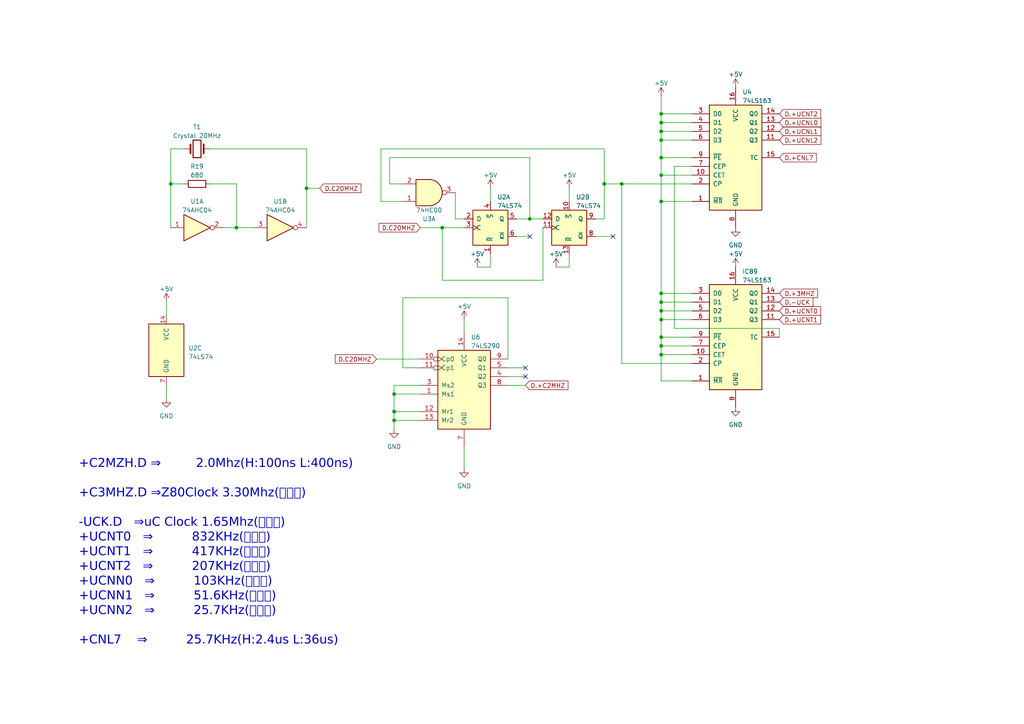
<source format=kicad_sch>
(kicad_sch (version 20230121) (generator eeschema)
  (paper "A4")
  (lib_symbols
    (symbol "74xx:74AHC04"
      (property "Reference" "U" (at 0 1.27 0))
      (property "Value" "74AHC04" (at 0 -1.27 0))
      (symbol "74AHC04_1_0"
        (polyline (pts (xy -3.81 3.81) (xy -3.81 -3.81) (xy 3.81 0) (xy -3.81 3.81)) (stroke (width 0.254)) (fill (type background)))
        (pin input line (at -7.62 0 0) (length 3.81) (name "~") (number "1"))
        (pin output inverted (at 7.62 0 180) (length 3.81) (name "~") (number "2"))
      )
      (symbol "74AHC04_2_0"
        (polyline (pts (xy -3.81 3.81) (xy -3.81 -3.81) (xy 3.81 0) (xy -3.81 3.81)) (stroke (width 0.254)) (fill (type background)))
        (pin input line (at -7.62 0 0) (length 3.81) (name "~") (number "3"))
        (pin output inverted (at 7.62 0 180) (length 3.81) (name "~") (number "4"))
      )
      (symbol "74AHC04_3_0"
        (polyline (pts (xy -3.81 3.81) (xy -3.81 -3.81) (xy 3.81 0) (xy -3.81 3.81)) (stroke (width 0.254)) (fill (type background)))
        (pin input line (at -7.62 0 0) (length 3.81) (name "~") (number "5"))
        (pin output inverted (at 7.62 0 180) (length 3.81) (name "~") (number "6"))
      )
      (symbol "74AHC04_4_0"
        (polyline (pts (xy -3.81 3.81) (xy -3.81 -3.81) (xy 3.81 0) (xy -3.81 3.81)) (stroke (width 0.254)) (fill (type background)))
        (pin output inverted (at 7.62 0 180) (length 3.81) (name "~") (number "8"))
        (pin input line (at -7.62 0 0) (length 3.81) (name "~") (number "9"))
      )
      (symbol "74AHC04_5_0"
        (polyline (pts (xy -3.81 3.81) (xy -3.81 -3.81) (xy 3.81 0) (xy -3.81 3.81)) (stroke (width 0.254)) (fill (type background)))
        (pin output inverted (at 7.62 0 180) (length 3.81) (name "~") (number "10"))
        (pin input line (at -7.62 0 0) (length 3.81) (name "~") (number "11"))
      )
      (symbol "74AHC04_6_0"
        (polyline (pts (xy -3.81 3.81) (xy -3.81 -3.81) (xy 3.81 0) (xy -3.81 3.81)) (stroke (width 0.254)) (fill (type background)))
        (pin output inverted (at 7.62 0 180) (length 3.81) (name "~") (number "12"))
        (pin input line (at -7.62 0 0) (length 3.81) (name "~") (number "13"))
      )
      (symbol "74AHC04_7_0"
        (pin power_in line (at 0 12.7 270) (length 5.08) (name "VCC") (number "14"))
        (pin power_in line (at 0 -12.7 90) (length 5.08) (name "GND") (number "7"))
      )
      (symbol "74AHC04_7_1"
        (rectangle (start -5.08 7.62) (end 5.08 -7.62) (stroke (width 0.254)) (fill (type background)))
      )
    )
    (symbol "74xx:74HC00" (pin_names (offset 1.016))
      (property "Reference" "U" (at 0 1.27 0))
      (property "Value" "74HC00" (at 0 -1.27 0))
      (symbol "74HC00_1_1"
        (arc (start 0 -3.81) (mid 3.7934 0) (end 0 3.81) (stroke (width 0.254)) (fill (type background)))
        (polyline (pts (xy 0 3.81) (xy -3.81 3.81) (xy -3.81 -3.81) (xy 0 -3.81)) (stroke (width 0.254)) (fill (type background)))
        (pin input line (at -7.62 2.54 0) (length 3.81) (name "~") (number "1"))
        (pin input line (at -7.62 -2.54 0) (length 3.81) (name "~") (number "2"))
        (pin output inverted (at 7.62 0 180) (length 3.81) (name "~") (number "3"))
      )
      (symbol "74HC00_1_2"
        (arc (start -3.81 -3.81) (mid -2.589 0) (end -3.81 3.81) (stroke (width 0.254)))
        (arc (start -0.6096 -3.81) (mid 2.1842 -2.5851) (end 3.81 0) (stroke (width 0.254)) (fill (type background)))
        (polyline (pts (xy -3.81 -3.81) (xy -0.635 -3.81)) (stroke (width 0.254)) (fill (type background)))
        (polyline (pts (xy -3.81 3.81) (xy -0.635 3.81)) (stroke (width 0.254)) (fill (type background)))
        (polyline (pts (xy -0.635 3.81) (xy -3.81 3.81) (xy -3.81 3.81) (xy -3.556 3.4036) (xy -3.0226 2.2606) (xy -2.6924 1.0414) (xy -2.6162 -0.254) (xy -2.7686 -1.4986) (xy -3.175 -2.7178) (xy -3.81 -3.81) (xy -3.81 -3.81) (xy -0.635 -3.81)) (stroke (width -25.4)) (fill (type background)))
        (arc (start 3.81 0) (mid 2.1915 2.5936) (end -0.6096 3.81) (stroke (width 0.254)) (fill (type background)))
        (pin input inverted (at -7.62 2.54 0) (length 4.318) (name "~") (number "1"))
        (pin input inverted (at -7.62 -2.54 0) (length 4.318) (name "~") (number "2"))
        (pin output line (at 7.62 0 180) (length 3.81) (name "~") (number "3"))
      )
      (symbol "74HC00_2_1"
        (arc (start 0 -3.81) (mid 3.7934 0) (end 0 3.81) (stroke (width 0.254)) (fill (type background)))
        (polyline (pts (xy 0 3.81) (xy -3.81 3.81) (xy -3.81 -3.81) (xy 0 -3.81)) (stroke (width 0.254)) (fill (type background)))
        (pin input line (at -7.62 2.54 0) (length 3.81) (name "~") (number "4"))
        (pin input line (at -7.62 -2.54 0) (length 3.81) (name "~") (number "5"))
        (pin output inverted (at 7.62 0 180) (length 3.81) (name "~") (number "6"))
      )
      (symbol "74HC00_2_2"
        (arc (start -3.81 -3.81) (mid -2.589 0) (end -3.81 3.81) (stroke (width 0.254)))
        (arc (start -0.6096 -3.81) (mid 2.1842 -2.5851) (end 3.81 0) (stroke (width 0.254)) (fill (type background)))
        (polyline (pts (xy -3.81 -3.81) (xy -0.635 -3.81)) (stroke (width 0.254)) (fill (type background)))
        (polyline (pts (xy -3.81 3.81) (xy -0.635 3.81)) (stroke (width 0.254)) (fill (type background)))
        (polyline (pts (xy -0.635 3.81) (xy -3.81 3.81) (xy -3.81 3.81) (xy -3.556 3.4036) (xy -3.0226 2.2606) (xy -2.6924 1.0414) (xy -2.6162 -0.254) (xy -2.7686 -1.4986) (xy -3.175 -2.7178) (xy -3.81 -3.81) (xy -3.81 -3.81) (xy -0.635 -3.81)) (stroke (width -25.4)) (fill (type background)))
        (arc (start 3.81 0) (mid 2.1915 2.5936) (end -0.6096 3.81) (stroke (width 0.254)) (fill (type background)))
        (pin input inverted (at -7.62 2.54 0) (length 4.318) (name "~") (number "4"))
        (pin input inverted (at -7.62 -2.54 0) (length 4.318) (name "~") (number "5"))
        (pin output line (at 7.62 0 180) (length 3.81) (name "~") (number "6"))
      )
      (symbol "74HC00_3_1"
        (arc (start 0 -3.81) (mid 3.7934 0) (end 0 3.81) (stroke (width 0.254)) (fill (type background)))
        (polyline (pts (xy 0 3.81) (xy -3.81 3.81) (xy -3.81 -3.81) (xy 0 -3.81)) (stroke (width 0.254)) (fill (type background)))
        (pin input line (at -7.62 -2.54 0) (length 3.81) (name "~") (number "10"))
        (pin output inverted (at 7.62 0 180) (length 3.81) (name "~") (number "8"))
        (pin input line (at -7.62 2.54 0) (length 3.81) (name "~") (number "9"))
      )
      (symbol "74HC00_3_2"
        (arc (start -3.81 -3.81) (mid -2.589 0) (end -3.81 3.81) (stroke (width 0.254)))
        (arc (start -0.6096 -3.81) (mid 2.1842 -2.5851) (end 3.81 0) (stroke (width 0.254)) (fill (type background)))
        (polyline (pts (xy -3.81 -3.81) (xy -0.635 -3.81)) (stroke (width 0.254)) (fill (type background)))
        (polyline (pts (xy -3.81 3.81) (xy -0.635 3.81)) (stroke (width 0.254)) (fill (type background)))
        (polyline (pts (xy -0.635 3.81) (xy -3.81 3.81) (xy -3.81 3.81) (xy -3.556 3.4036) (xy -3.0226 2.2606) (xy -2.6924 1.0414) (xy -2.6162 -0.254) (xy -2.7686 -1.4986) (xy -3.175 -2.7178) (xy -3.81 -3.81) (xy -3.81 -3.81) (xy -0.635 -3.81)) (stroke (width -25.4)) (fill (type background)))
        (arc (start 3.81 0) (mid 2.1915 2.5936) (end -0.6096 3.81) (stroke (width 0.254)) (fill (type background)))
        (pin input inverted (at -7.62 -2.54 0) (length 4.318) (name "~") (number "10"))
        (pin output line (at 7.62 0 180) (length 3.81) (name "~") (number "8"))
        (pin input inverted (at -7.62 2.54 0) (length 4.318) (name "~") (number "9"))
      )
      (symbol "74HC00_4_1"
        (arc (start 0 -3.81) (mid 3.7934 0) (end 0 3.81) (stroke (width 0.254)) (fill (type background)))
        (polyline (pts (xy 0 3.81) (xy -3.81 3.81) (xy -3.81 -3.81) (xy 0 -3.81)) (stroke (width 0.254)) (fill (type background)))
        (pin output inverted (at 7.62 0 180) (length 3.81) (name "~") (number "11"))
        (pin input line (at -7.62 2.54 0) (length 3.81) (name "~") (number "12"))
        (pin input line (at -7.62 -2.54 0) (length 3.81) (name "~") (number "13"))
      )
      (symbol "74HC00_4_2"
        (arc (start -3.81 -3.81) (mid -2.589 0) (end -3.81 3.81) (stroke (width 0.254)))
        (arc (start -0.6096 -3.81) (mid 2.1842 -2.5851) (end 3.81 0) (stroke (width 0.254)) (fill (type background)))
        (polyline (pts (xy -3.81 -3.81) (xy -0.635 -3.81)) (stroke (width 0.254)) (fill (type background)))
        (polyline (pts (xy -3.81 3.81) (xy -0.635 3.81)) (stroke (width 0.254)) (fill (type background)))
        (polyline (pts (xy -0.635 3.81) (xy -3.81 3.81) (xy -3.81 3.81) (xy -3.556 3.4036) (xy -3.0226 2.2606) (xy -2.6924 1.0414) (xy -2.6162 -0.254) (xy -2.7686 -1.4986) (xy -3.175 -2.7178) (xy -3.81 -3.81) (xy -3.81 -3.81) (xy -0.635 -3.81)) (stroke (width -25.4)) (fill (type background)))
        (arc (start 3.81 0) (mid 2.1915 2.5936) (end -0.6096 3.81) (stroke (width 0.254)) (fill (type background)))
        (pin output line (at 7.62 0 180) (length 3.81) (name "~") (number "11"))
        (pin input inverted (at -7.62 2.54 0) (length 4.318) (name "~") (number "12"))
        (pin input inverted (at -7.62 -2.54 0) (length 4.318) (name "~") (number "13"))
      )
      (symbol "74HC00_5_0"
        (pin power_in line (at 0 12.7 270) (length 5.08) (name "VCC") (number "14"))
        (pin power_in line (at 0 -12.7 90) (length 5.08) (name "GND") (number "7"))
      )
      (symbol "74HC00_5_1"
        (rectangle (start -5.08 7.62) (end 5.08 -7.62) (stroke (width 0.254)) (fill (type background)))
      )
    )
    (symbol "74xx:74LS163" (pin_names (offset 1.016))
      (property "Reference" "U" (at -7.62 16.51 0))
      (property "Value" "74LS163" (at -7.62 -16.51 0))
      (symbol "74LS163_1_0"
        (pin input line (at -12.7 -12.7 0) (length 5.08) (name "~{MR}") (number "1"))
        (pin input line (at -12.7 -5.08 0) (length 5.08) (name "CET") (number "10"))
        (pin output line (at 12.7 5.08 180) (length 5.08) (name "Q3") (number "11"))
        (pin output line (at 12.7 7.62 180) (length 5.08) (name "Q2") (number "12"))
        (pin output line (at 12.7 10.16 180) (length 5.08) (name "Q1") (number "13"))
        (pin output line (at 12.7 12.7 180) (length 5.08) (name "Q0") (number "14"))
        (pin output line (at 12.7 0 180) (length 5.08) (name "TC") (number "15"))
        (pin power_in line (at 0 20.32 270) (length 5.08) (name "VCC") (number "16"))
        (pin input line (at -12.7 -7.62 0) (length 5.08) (name "CP") (number "2"))
        (pin input line (at -12.7 12.7 0) (length 5.08) (name "D0") (number "3"))
        (pin input line (at -12.7 10.16 0) (length 5.08) (name "D1") (number "4"))
        (pin input line (at -12.7 7.62 0) (length 5.08) (name "D2") (number "5"))
        (pin input line (at -12.7 5.08 0) (length 5.08) (name "D3") (number "6"))
        (pin input line (at -12.7 -2.54 0) (length 5.08) (name "CEP") (number "7"))
        (pin power_in line (at 0 -20.32 90) (length 5.08) (name "GND") (number "8"))
        (pin input line (at -12.7 0 0) (length 5.08) (name "~{PE}") (number "9"))
      )
      (symbol "74LS163_1_1"
        (rectangle (start -7.62 15.24) (end 7.62 -15.24) (stroke (width 0.254)) (fill (type background)))
      )
    )
    (symbol "74xx:74LS290" (pin_names (offset 1.016))
      (property "Reference" "U" (at -7.62 11.43 0))
      (property "Value" "74LS290" (at -7.62 -13.97 0))
      (symbol "74LS290_1_0"
        (pin input line (at -12.7 -2.54 0) (length 5.08) (name "Ms1") (number "1"))
        (pin input inverted_clock (at -12.7 7.62 0) (length 5.08) (name "Cp0") (number "10"))
        (pin input inverted_clock (at -12.7 5.08 0) (length 5.08) (name "Cp1") (number "11"))
        (pin input line (at -12.7 -7.62 0) (length 5.08) (name "Mr1") (number "12"))
        (pin input line (at -12.7 -10.16 0) (length 5.08) (name "Mr2") (number "13"))
        (pin power_in line (at 0 15.24 270) (length 5.08) (name "VCC") (number "14"))
        (pin input line (at -12.7 0 0) (length 5.08) (name "Ms2") (number "3"))
        (pin output line (at 12.7 2.54 180) (length 5.08) (name "Q2") (number "4"))
        (pin output line (at 12.7 5.08 180) (length 5.08) (name "Q1") (number "5"))
        (pin power_in line (at 0 -17.78 90) (length 5.08) (name "GND") (number "7"))
        (pin output line (at 12.7 0 180) (length 5.08) (name "Q3") (number "8"))
        (pin output line (at 12.7 7.62 180) (length 5.08) (name "Q0") (number "9"))
      )
      (symbol "74LS290_1_1"
        (rectangle (start -7.62 10.16) (end 7.62 -12.7) (stroke (width 0.254)) (fill (type background)))
      )
    )
    (symbol "74xx:74LS74" (pin_names (offset 1.016))
      (property "Reference" "U" (at -7.62 8.89 0))
      (property "Value" "74LS74" (at -7.62 -8.89 0))
      (symbol "74LS74_1_0"
        (pin input line (at 0 -7.62 90) (length 2.54) (name "~{R}") (number "1"))
        (pin input line (at -7.62 2.54 0) (length 2.54) (name "D") (number "2"))
        (pin input clock (at -7.62 0 0) (length 2.54) (name "C") (number "3"))
        (pin input line (at 0 7.62 270) (length 2.54) (name "~{S}") (number "4"))
        (pin output line (at 7.62 2.54 180) (length 2.54) (name "Q") (number "5"))
        (pin output line (at 7.62 -2.54 180) (length 2.54) (name "~{Q}") (number "6"))
      )
      (symbol "74LS74_1_1"
        (rectangle (start -5.08 5.08) (end 5.08 -5.08) (stroke (width 0.254)) (fill (type background)))
      )
      (symbol "74LS74_2_0"
        (pin input line (at 0 7.62 270) (length 2.54) (name "~{S}") (number "10"))
        (pin input clock (at -7.62 0 0) (length 2.54) (name "C") (number "11"))
        (pin input line (at -7.62 2.54 0) (length 2.54) (name "D") (number "12"))
        (pin input line (at 0 -7.62 90) (length 2.54) (name "~{R}") (number "13"))
        (pin output line (at 7.62 -2.54 180) (length 2.54) (name "~{Q}") (number "8"))
        (pin output line (at 7.62 2.54 180) (length 2.54) (name "Q") (number "9"))
      )
      (symbol "74LS74_2_1"
        (rectangle (start -5.08 5.08) (end 5.08 -5.08) (stroke (width 0.254)) (fill (type background)))
      )
      (symbol "74LS74_3_0"
        (pin power_in line (at 0 10.16 270) (length 2.54) (name "VCC") (number "14"))
        (pin power_in line (at 0 -10.16 90) (length 2.54) (name "GND") (number "7"))
      )
      (symbol "74LS74_3_1"
        (rectangle (start -5.08 7.62) (end 5.08 -7.62) (stroke (width 0.254)) (fill (type background)))
      )
    )
    (symbol "Device:Crystal" (pin_numbers hide) (pin_names (offset 1.016) hide)
      (property "Reference" "Y" (at 0 3.81 0))
      (property "Value" "Crystal" (at 0 -3.81 0))
      (symbol "Crystal_0_1"
        (rectangle (start -1.143 2.54) (end 1.143 -2.54) (stroke (width 0.3048)))
        (polyline (pts (xy -2.54 0) (xy -1.905 0)))
        (polyline (pts (xy -1.905 -1.27) (xy -1.905 1.27)) (stroke (width 0.508)))
        (polyline (pts (xy 1.905 -1.27) (xy 1.905 1.27)) (stroke (width 0.508)))
        (polyline (pts (xy 2.54 0) (xy 1.905 0)))
      )
      (symbol "Crystal_1_1"
        (pin passive line (at -3.81 0 0) (length 1.27) (name "1") (number "1"))
        (pin passive line (at 3.81 0 180) (length 1.27) (name "2") (number "2"))
      )
    )
    (symbol "Device:R" (pin_numbers hide) (pin_names (offset 0))
      (property "Reference" "R" (at 2.032 0 90))
      (property "Value" "R" (at 0 0 90))
      (symbol "R_0_1"
        (rectangle (start -1.016 -2.54) (end 1.016 2.54) (stroke (width 0.254)))
      )
      (symbol "R_1_1"
        (pin passive line (at 0 3.81 270) (length 1.27) (name "~") (number "1"))
        (pin passive line (at 0 -3.81 90) (length 1.27) (name "~") (number "2"))
      )
    )
    (symbol "power:+5V" (power) (pin_names (offset 0))
      (property "Value" "+5V" (at 0 3.556 0))
      (symbol "+5V_0_1"
        (polyline (pts (xy -0.762 1.27) (xy 0 2.54)))
        (polyline (pts (xy 0 0) (xy 0 2.54)))
        (polyline (pts (xy 0 2.54) (xy 0.762 1.27)))
      )
      (symbol "+5V_1_1"
        (pin power_in line (at 0 0 90) (length 0) hide (name "+5V") (number "1"))
      )
    )
    (symbol "power:GND" (power) (pin_names (offset 0))
      (property "Value" "GND" (at 0 -3.81 0))
      (symbol "GND_0_1"
        (polyline (pts (xy 0 0) (xy 0 -1.27) (xy 1.27 -1.27) (xy 0 -2.54) (xy -1.27 -1.27) (xy 0 -1.27)))
      )
      (symbol "GND_1_1"
        (pin power_in line (at 0 0 270) (length 0) hide (name "GND") (number "1"))
      )
    )
  )
  (junction (at 191.77 58.42))
  (junction (at 49.53 53.34))
  (junction (at 180.34 53.34))
  (junction (at 191.77 85.09))
  (junction (at 191.77 90.17))
  (junction (at 191.77 50.8))
  (junction (at 191.77 35.56))
  (junction (at 191.77 97.79))
  (junction (at 114.3 114.3))
  (junction (at 128.27 66.04))
  (junction (at 191.77 33.02))
  (junction (at 191.77 87.63))
  (junction (at 68.58 66.04))
  (junction (at 191.77 40.64))
  (junction (at 88.9 54.61))
  (junction (at 175.26 53.34))
  (junction (at 191.77 92.71))
  (junction (at 153.67 63.5))
  (junction (at 114.3 119.38))
  (junction (at 191.77 45.72))
  (junction (at 191.77 102.87))
  (junction (at 191.77 38.1))
  (junction (at 114.3 121.92))
  (junction (at 191.77 100.33))
  (no_connect (at 177.8 68.58))
  (no_connect (at 153.67 68.58))
  (no_connect (at 152.4 109.22))
  (no_connect (at 152.4 106.68))
  (wire (pts (xy 175.26 53.34) (xy 180.34 53.34)))
  (wire (pts (xy 88.9 66.04) (xy 88.9 54.61)))
  (wire (pts (xy 134.62 92.71) (xy 134.62 96.52)))
  (wire (pts (xy 180.34 53.34) (xy 200.66 53.34)))
  (wire (pts (xy 68.58 66.04) (xy 73.66 66.04)))
  (wire (pts (xy 191.77 100.33) (xy 200.66 100.33)))
  (wire (pts (xy 175.26 63.5) (xy 172.72 63.5)))
  (wire (pts (xy 88.9 54.61) (xy 88.9 43.18)))
  (wire (pts (xy 226.06 95.25) (xy 226.06 97.79)))
  (wire (pts (xy 134.62 129.54) (xy 134.62 135.89)))
  (wire (pts (xy 153.67 63.5) (xy 153.67 45.72)))
  (wire (pts (xy 191.77 90.17) (xy 191.77 87.63)))
  (wire (pts (xy 200.66 110.49) (xy 191.77 110.49)))
  (wire (pts (xy 200.66 87.63) (xy 191.77 87.63)))
  (wire (pts (xy 138.43 77.47) (xy 142.24 77.47)))
  (wire (pts (xy 116.84 106.68) (xy 121.92 106.68)))
  (wire (pts (xy 49.53 53.34) (xy 53.34 53.34)))
  (wire (pts (xy 142.24 54.61) (xy 142.24 58.42)))
  (wire (pts (xy 191.77 102.87) (xy 191.77 100.33)))
  (wire (pts (xy 191.77 33.02) (xy 191.77 27.94)))
  (wire (pts (xy 200.66 58.42) (xy 191.77 58.42)))
  (wire (pts (xy 191.77 38.1) (xy 200.66 38.1)))
  (wire (pts (xy 132.08 55.88) (xy 132.08 63.5)))
  (wire (pts (xy 191.77 33.02) (xy 191.77 35.56)))
  (wire (pts (xy 191.77 58.42) (xy 191.77 50.8)))
  (wire (pts (xy 191.77 50.8) (xy 191.77 45.72)))
  (wire (pts (xy 114.3 114.3) (xy 114.3 111.76)))
  (wire (pts (xy 147.32 104.14) (xy 147.32 86.36)))
  (wire (pts (xy 88.9 43.18) (xy 60.96 43.18)))
  (wire (pts (xy 68.58 53.34) (xy 60.96 53.34)))
  (wire (pts (xy 165.1 73.66) (xy 165.1 77.47)))
  (wire (pts (xy 200.66 33.02) (xy 191.77 33.02)))
  (wire (pts (xy 142.24 73.66) (xy 142.24 77.47)))
  (wire (pts (xy 191.77 40.64) (xy 200.66 40.64)))
  (wire (pts (xy 110.49 58.42) (xy 110.49 43.18)))
  (wire (pts (xy 147.32 111.76) (xy 152.4 111.76)))
  (wire (pts (xy 147.32 109.22) (xy 152.4 109.22)))
  (wire (pts (xy 180.34 105.41) (xy 180.34 53.34)))
  (wire (pts (xy 191.77 45.72) (xy 191.77 40.64)))
  (wire (pts (xy 157.48 81.28) (xy 128.27 81.28)))
  (wire (pts (xy 132.08 63.5) (xy 134.62 63.5)))
  (wire (pts (xy 191.77 92.71) (xy 191.77 90.17)))
  (wire (pts (xy 114.3 114.3) (xy 121.92 114.3)))
  (wire (pts (xy 172.72 68.58) (xy 177.8 68.58)))
  (wire (pts (xy 109.22 104.14) (xy 121.92 104.14)))
  (wire (pts (xy 165.1 54.61) (xy 165.1 58.42)))
  (wire (pts (xy 175.26 53.34) (xy 175.26 63.5)))
  (wire (pts (xy 116.84 86.36) (xy 116.84 106.68)))
  (wire (pts (xy 88.9 54.61) (xy 92.71 54.61)))
  (wire (pts (xy 191.77 35.56) (xy 191.77 38.1)))
  (wire (pts (xy 114.3 111.76) (xy 121.92 111.76)))
  (wire (pts (xy 191.77 50.8) (xy 200.66 50.8)))
  (wire (pts (xy 195.58 48.26) (xy 195.58 95.25)))
  (wire (pts (xy 200.66 45.72) (xy 191.77 45.72)))
  (wire (pts (xy 161.29 77.47) (xy 165.1 77.47)))
  (wire (pts (xy 113.03 53.34) (xy 116.84 53.34)))
  (wire (pts (xy 149.86 63.5) (xy 153.67 63.5)))
  (wire (pts (xy 195.58 95.25) (xy 226.06 95.25)))
  (wire (pts (xy 191.77 87.63) (xy 191.77 85.09)))
  (wire (pts (xy 114.3 119.38) (xy 114.3 114.3)))
  (wire (pts (xy 113.03 45.72) (xy 113.03 53.34)))
  (wire (pts (xy 200.66 85.09) (xy 191.77 85.09)))
  (wire (pts (xy 68.58 66.04) (xy 68.58 53.34)))
  (wire (pts (xy 191.77 38.1) (xy 191.77 40.64)))
  (wire (pts (xy 175.26 43.18) (xy 175.26 53.34)))
  (wire (pts (xy 114.3 121.92) (xy 121.92 121.92)))
  (wire (pts (xy 200.66 48.26) (xy 195.58 48.26)))
  (wire (pts (xy 147.32 106.68) (xy 152.4 106.68)))
  (wire (pts (xy 200.66 105.41) (xy 180.34 105.41)))
  (wire (pts (xy 53.34 43.18) (xy 49.53 43.18)))
  (wire (pts (xy 153.67 45.72) (xy 113.03 45.72)))
  (wire (pts (xy 153.67 63.5) (xy 157.48 63.5)))
  (wire (pts (xy 200.66 90.17) (xy 191.77 90.17)))
  (wire (pts (xy 48.26 87.63) (xy 48.26 91.44)))
  (wire (pts (xy 64.77 66.04) (xy 68.58 66.04)))
  (wire (pts (xy 157.48 66.04) (xy 157.48 81.28)))
  (wire (pts (xy 49.53 43.18) (xy 49.53 53.34)))
  (wire (pts (xy 200.66 92.71) (xy 191.77 92.71)))
  (wire (pts (xy 114.3 121.92) (xy 114.3 119.38)))
  (wire (pts (xy 121.92 66.04) (xy 128.27 66.04)))
  (wire (pts (xy 48.26 111.76) (xy 48.26 115.57)))
  (wire (pts (xy 191.77 97.79) (xy 191.77 92.71)))
  (wire (pts (xy 191.77 100.33) (xy 191.77 97.79)))
  (wire (pts (xy 200.66 97.79) (xy 191.77 97.79)))
  (wire (pts (xy 114.3 119.38) (xy 121.92 119.38)))
  (wire (pts (xy 147.32 86.36) (xy 116.84 86.36)))
  (wire (pts (xy 116.84 58.42) (xy 110.49 58.42)))
  (wire (pts (xy 191.77 85.09) (xy 191.77 58.42)))
  (wire (pts (xy 191.77 102.87) (xy 200.66 102.87)))
  (wire (pts (xy 128.27 81.28) (xy 128.27 66.04)))
  (wire (pts (xy 49.53 53.34) (xy 49.53 66.04)))
  (wire (pts (xy 191.77 110.49) (xy 191.77 102.87)))
  (wire (pts (xy 149.86 68.58) (xy 153.67 68.58)))
  (wire (pts (xy 128.27 66.04) (xy 134.62 66.04)))
  (wire (pts (xy 114.3 124.46) (xy 114.3 121.92)))
  (wire (pts (xy 191.77 35.56) (xy 200.66 35.56)))
  (wire (pts (xy 110.49 43.18) (xy 175.26 43.18)))
  (text "+C2MZH.D ⇒         2.0Mhz(H:100ns L:400ns)\n\n+C3MHZ.D ⇒Z80Clock 3.30Mhz(方形波)\n\n-UCK.D   ⇒uC Clock 1.65Mhz(方形波)\n+UCNT0   ⇒          832KHz(方形波)\n+UCNT1   ⇒          417KHz(方形波)\n+UCNT2   ⇒          207KHz(方形波)\n+UCNN0   ⇒          103KHz(方形波)\n+UCNN1   ⇒          51.6KHz(方形波)\n+UCNN2   ⇒          25.7KHz(方形波)\n\n+CNL7    ⇒          25.7KHz(H:2.4us L:36us)\n" (at 22.86 187.96 0) (effects (font (size 2.54 2.54)) (justify left bottom)))
  (global_label "D.+CNL7" (shape input) (at 226.06 45.72 0) (property "Intersheetrefs" "${INTERSHEET_REFS}" (effects hide)))
  (global_label "D.+C2MHZ" (shape input) (at 152.4 111.76 0) (property "Intersheetrefs" "${INTERSHEET_REFS}" (effects hide)))
  (global_label "D.C20MHZ" (shape input) (at 121.92 66.04 180) (property "Intersheetrefs" "${INTERSHEET_REFS}" (effects hide)))
  (global_label "D.+UCNT2" (shape input) (at 226.06 33.02 0) (property "Intersheetrefs" "${INTERSHEET_REFS}" (effects hide)))
  (global_label "D.C20MHZ" (shape input) (at 92.71 54.61 0) (property "Intersheetrefs" "${INTERSHEET_REFS}" (effects hide)))
  (global_label "D.-UCK" (shape input) (at 226.06 87.63 0) (property "Intersheetrefs" "${INTERSHEET_REFS}" (effects hide)))
  (global_label "D.+UCNL1" (shape input) (at 226.06 38.1 0) (property "Intersheetrefs" "${INTERSHEET_REFS}" (effects hide)))
  (global_label "D.C20MHZ" (shape input) (at 109.22 104.14 180) (property "Intersheetrefs" "${INTERSHEET_REFS}" (effects hide)))
  (global_label "D.+UCNT1" (shape input) (at 226.06 92.71 0) (property "Intersheetrefs" "${INTERSHEET_REFS}" (effects hide)))
  (global_label "D.+3MHZ" (shape input) (at 226.06 85.09 0) (property "Intersheetrefs" "${INTERSHEET_REFS}" (effects hide)))
  (global_label "D.+UCNL2" (shape input) (at 226.06 40.64 0) (property "Intersheetrefs" "${INTERSHEET_REFS}" (effects hide)))
  (global_label "D.+UCNL0" (shape input) (at 226.06 35.56 0) (property "Intersheetrefs" "${INTERSHEET_REFS}" (effects hide)))
  (global_label "D.+UCNT0" (shape input) (at 226.06 90.17 0) (property "Intersheetrefs" "${INTERSHEET_REFS}" (effects hide)))
  (symbol (lib_id "74xx:74HC00") (at 124.46 55.88 0) (mirror x) (unit 1)
    (property "Reference" "U3" (at 124.4517 63.5 0))
    (property "Value" "74HC00" (at 124.4517 60.96 0))
    (property "Datasheet" "http://www.ti.com/lit/gpn/sn74hc00" (effects hide))
  )
  (symbol (lib_id "74xx:74LS74") (at 142.24 66.04 0) (unit 1)
    (property "Reference" "U2" (at 144.1959 57.15 0) (effects (justify left)))
    (property "Value" "74LS74" (at 144.1959 59.69 0) (effects (justify left)))
    (property "Datasheet" "74xx/74hc_hct74.pdf" (effects hide))
  )
  (symbol (lib_id "74xx:74AHC04") (at 57.15 66.04 0) (unit 1)
    (property "Reference" "U1" (at 57.15 58.42 0))
    (property "Value" "74AHC04" (at 57.15 60.96 0))
    (property "Datasheet" "https://assets.nexperia.com/documents/data-sheet/74AHC_AHCT04.pdf" (effects hide))
  )
  (symbol (lib_id "power:GND") (at 48.26 115.57 0) (unit 1)
    (property "Reference" "#PWR028" (effects hide))
    (property "Value" "GND" (at 48.26 120.65 0))
  )
  (symbol (lib_id "power:GND") (at 134.62 135.89 0) (unit 1)
    (property "Reference" "#PWR027" (effects hide))
    (property "Value" "GND" (at 134.62 140.97 0))
  )
  (symbol (lib_id "power:+5V") (at 134.62 92.71 0) (unit 1)
    (property "Reference" "#PWR030" (effects hide))
    (property "Value" "+5V" (at 134.62 88.9 0))
  )
  (symbol (lib_id "power:GND") (at 213.36 66.04 0) (unit 1)
    (property "Reference" "#PWR033" (effects hide))
    (property "Value" "GND" (at 213.36 71.12 0))
  )
  (symbol (lib_id "74xx:74LS163") (at 213.36 97.79 0) (unit 1)
    (property "Reference" "IC89" (at 215.3159 78.74 0) (effects (justify left)))
    (property "Value" "74LS163" (at 215.3159 81.28 0) (effects (justify left)))
    (property "Datasheet" "http://www.ti.com/lit/gpn/sn74LS163" (effects hide))
  )
  (symbol (lib_id "power:+5V") (at 161.29 77.47 0) (unit 1)
    (property "Reference" "#PWR024" (effects hide))
    (property "Value" "+5V" (at 161.29 73.66 0))
  )
  (symbol (lib_id "power:+5V") (at 213.36 25.4 0) (unit 1)
    (property "Reference" "#PWR034" (effects hide))
    (property "Value" "+5V" (at 213.36 21.59 0))
  )
  (symbol (lib_id "power:+5V") (at 138.43 77.47 0) (unit 1)
    (property "Reference" "#PWR022" (effects hide))
    (property "Value" "+5V" (at 138.43 73.66 0))
  )
  (symbol (lib_id "74xx:74AHC04") (at 81.28 66.04 0) (unit 2)
    (property "Reference" "U1" (at 81.28 58.42 0))
    (property "Value" "74AHC04" (at 81.28 60.96 0))
    (property "Datasheet" "https://assets.nexperia.com/documents/data-sheet/74AHC_AHCT04.pdf" (effects hide))
  )
  (symbol (lib_id "Device:Crystal") (at 57.15 43.18 0) (unit 1)
    (property "Reference" "T1" (at 57.15 36.83 0))
    (property "Value" "Crystal 20MHz" (at 57.15 39.37 0))
  )
  (symbol (lib_id "power:+5V") (at 48.26 87.63 0) (unit 1)
    (property "Reference" "#PWR029" (effects hide))
    (property "Value" "+5V" (at 48.26 83.82 0))
  )
  (symbol (lib_id "74xx:74LS290") (at 134.62 111.76 0) (unit 1)
    (property "Reference" "U6" (at 136.5759 97.79 0) (effects (justify left)))
    (property "Value" "74LS290" (at 136.5759 100.33 0) (effects (justify left)))
    (property "Datasheet" "http://www.ti.com/lit/gpn/sn74LS290" (effects hide))
  )
  (symbol (lib_id "74xx:74LS74") (at 48.26 101.6 0) (unit 3)
    (property "Reference" "U2" (at 54.61 100.965 0) (effects (justify left)))
    (property "Value" "74LS74" (at 54.61 103.505 0) (effects (justify left)))
    (property "Datasheet" "74xx/74hc_hct74.pdf" (effects hide))
  )
  (symbol (lib_id "74xx:74LS163") (at 213.36 45.72 0) (unit 1)
    (property "Reference" "U4" (at 215.3159 26.67 0) (effects (justify left)))
    (property "Value" "74LS163" (at 215.3159 29.21 0) (effects (justify left)))
    (property "Datasheet" "http://www.ti.com/lit/gpn/sn74LS163" (effects hide))
  )
  (symbol (lib_id "Device:R") (at 57.15 53.34 90) (unit 1)
    (property "Reference" "R19" (at 57.15 48.26 90))
    (property "Value" "680" (at 57.15 50.8 90))
  )
  (symbol (lib_id "power:+5V") (at 142.24 54.61 0) (unit 1)
    (property "Reference" "#PWR023" (effects hide))
    (property "Value" "+5V" (at 142.24 50.8 0))
  )
  (symbol (lib_id "power:+5V") (at 165.1 54.61 0) (unit 1)
    (property "Reference" "#PWR021" (effects hide))
    (property "Value" "+5V" (at 165.1 50.8 0))
  )
  (symbol (lib_id "power:+5V") (at 191.77 27.94 0) (unit 1)
    (property "Reference" "#PWR025" (effects hide))
    (property "Value" "+5V" (at 191.77 24.13 0))
  )
  (symbol (lib_id "power:GND") (at 213.36 118.11 0) (unit 1)
    (property "Reference" "#PWR032" (effects hide))
    (property "Value" "GND" (at 213.36 123.19 0))
  )
  (symbol (lib_id "power:+5V") (at 213.36 77.47 0) (unit 1)
    (property "Reference" "#PWR031" (effects hide))
    (property "Value" "+5V" (at 213.36 73.66 0))
  )
  (symbol (lib_id "power:GND") (at 114.3 124.46 0) (unit 1)
    (property "Reference" "#PWR026" (effects hide))
    (property "Value" "GND" (at 114.3 129.54 0))
  )
  (symbol (lib_id "74xx:74LS74") (at 165.1 66.04 0) (unit 2)
    (property "Reference" "U2" (at 167.0559 57.15 0) (effects (justify left)))
    (property "Value" "74LS74" (at 167.0559 59.69 0) (effects (justify left)))
    (property "Datasheet" "74xx/74hc_hct74.pdf" (effects hide))
  )
)
</source>
